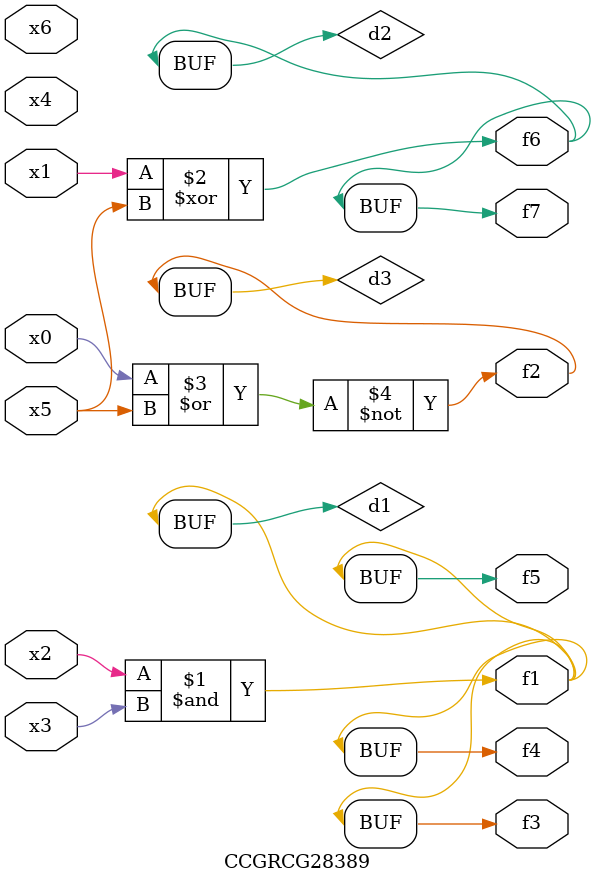
<source format=v>
module CCGRCG28389(
	input x0, x1, x2, x3, x4, x5, x6,
	output f1, f2, f3, f4, f5, f6, f7
);

	wire d1, d2, d3;

	and (d1, x2, x3);
	xor (d2, x1, x5);
	nor (d3, x0, x5);
	assign f1 = d1;
	assign f2 = d3;
	assign f3 = d1;
	assign f4 = d1;
	assign f5 = d1;
	assign f6 = d2;
	assign f7 = d2;
endmodule

</source>
